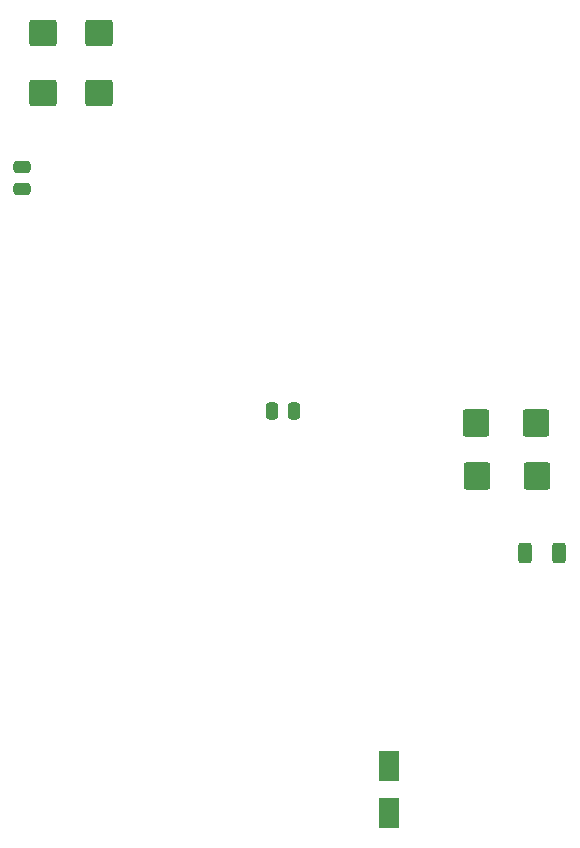
<source format=gbr>
%TF.GenerationSoftware,KiCad,Pcbnew,(6.0.0)*%
%TF.CreationDate,2022-01-09T15:16:55-05:00*%
%TF.ProjectId,Impedance_Analyzer_V2,496d7065-6461-46e6-9365-5f416e616c79,rev?*%
%TF.SameCoordinates,Original*%
%TF.FileFunction,Paste,Bot*%
%TF.FilePolarity,Positive*%
%FSLAX46Y46*%
G04 Gerber Fmt 4.6, Leading zero omitted, Abs format (unit mm)*
G04 Created by KiCad (PCBNEW (6.0.0)) date 2022-01-09 15:16:55*
%MOMM*%
%LPD*%
G01*
G04 APERTURE LIST*
G04 Aperture macros list*
%AMRoundRect*
0 Rectangle with rounded corners*
0 $1 Rounding radius*
0 $2 $3 $4 $5 $6 $7 $8 $9 X,Y pos of 4 corners*
0 Add a 4 corners polygon primitive as box body*
4,1,4,$2,$3,$4,$5,$6,$7,$8,$9,$2,$3,0*
0 Add four circle primitives for the rounded corners*
1,1,$1+$1,$2,$3*
1,1,$1+$1,$4,$5*
1,1,$1+$1,$6,$7*
1,1,$1+$1,$8,$9*
0 Add four rect primitives between the rounded corners*
20,1,$1+$1,$2,$3,$4,$5,0*
20,1,$1+$1,$4,$5,$6,$7,0*
20,1,$1+$1,$6,$7,$8,$9,0*
20,1,$1+$1,$8,$9,$2,$3,0*%
G04 Aperture macros list end*
%ADD10RoundRect,0.250000X-0.475000X0.250000X-0.475000X-0.250000X0.475000X-0.250000X0.475000X0.250000X0*%
%ADD11RoundRect,0.250000X0.250000X0.475000X-0.250000X0.475000X-0.250000X-0.475000X0.250000X-0.475000X0*%
%ADD12RoundRect,0.250000X0.312500X0.625000X-0.312500X0.625000X-0.312500X-0.625000X0.312500X-0.625000X0*%
%ADD13RoundRect,0.250000X-0.925000X0.875000X-0.925000X-0.875000X0.925000X-0.875000X0.925000X0.875000X0*%
%ADD14RoundRect,0.250000X-0.875000X-0.925000X0.875000X-0.925000X0.875000X0.925000X-0.875000X0.925000X0*%
%ADD15R,1.800000X2.500000*%
G04 APERTURE END LIST*
D10*
%TO.C,C20*%
X102000000Y-80300000D03*
X102000000Y-82200000D03*
%TD*%
D11*
%TO.C,C21*%
X125000000Y-101000000D03*
X123100000Y-101000000D03*
%TD*%
D12*
%TO.C,R16*%
X147462500Y-113000000D03*
X144537500Y-113000000D03*
%TD*%
D13*
%TO.C,C12*%
X108500000Y-68950000D03*
X108500000Y-74050000D03*
%TD*%
%TO.C,C11*%
X103750000Y-68950000D03*
X103750000Y-74050000D03*
%TD*%
D14*
%TO.C,C13*%
X140400000Y-102000000D03*
X145500000Y-102000000D03*
%TD*%
%TO.C,C2*%
X140500000Y-106500000D03*
X145600000Y-106500000D03*
%TD*%
D15*
%TO.C,D6*%
X133000000Y-135000000D03*
X133000000Y-131000000D03*
%TD*%
M02*

</source>
